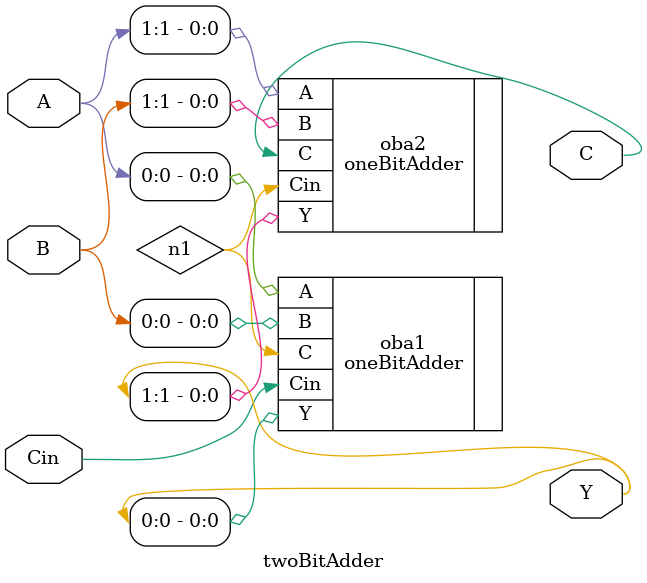
<source format=v>
`timescale 1ns / 1ps


module twoBitAdder(
        input [1:0] A,  //Two bit input A
        input [1:0] B,  //Two bit input B
        input Cin,      //One bit carry in
        output [1:0] Y, //Two bit output Y
        output C        //One bit carry out
);
        wire n1;

        oneBitAdder oba1(.A(A[0]), .B(B[0]), .Y(Y[0]), .C(n1), .Cin(Cin));
        oneBitAdder oba2(.A(A[1]), .B(B[1]), .Y(Y[1]), .C(C), .Cin(n1));

endmodule

</source>
